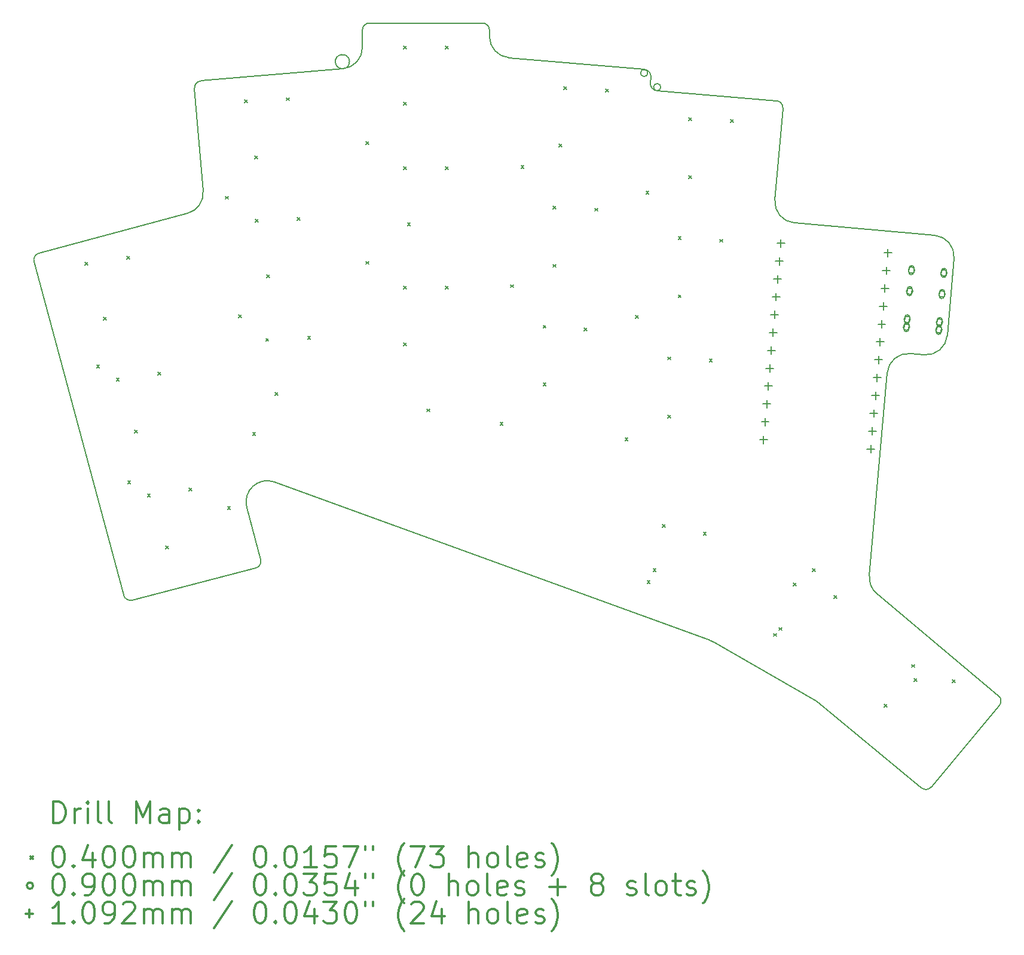
<source format=gbr>
%FSLAX45Y45*%
G04 Gerber Fmt 4.5, Leading zero omitted, Abs format (unit mm)*
G04 Created by KiCad (PCBNEW (5.1.10)-1) date 2021-09-28 07:08:21*
%MOMM*%
%LPD*%
G01*
G04 APERTURE LIST*
%TA.AperFunction,Profile*%
%ADD10C,0.150000*%
%TD*%
%ADD11C,0.200000*%
%ADD12C,0.300000*%
G04 APERTURE END LIST*
D10*
X22841889Y-11438755D02*
X24537221Y-11582290D01*
X16415625Y-12862500D02*
G75*
G02*
X16194412Y-13178424I-298858J-26147D01*
G01*
X15413099Y-18661336D02*
X17160539Y-18206850D01*
X17231250Y-18084375D02*
G75*
G02*
X17160539Y-18206850I-96593J-25882D01*
G01*
X17034375Y-17346396D02*
X17231250Y-18084375D01*
X14019914Y-13866224D02*
X15290625Y-18590625D01*
X15413099Y-18661336D02*
G75*
G02*
X15290625Y-18590625I-25882J96593D01*
G01*
X14090625Y-13743750D02*
X16194412Y-13178424D01*
X14019914Y-13866224D02*
G75*
G02*
X14090625Y-13743750I96593J25882D01*
G01*
X16293750Y-11409375D02*
X16415625Y-12862500D01*
X16384654Y-11301040D02*
X18397958Y-11127088D01*
X16293750Y-11409375D02*
G75*
G02*
X16384654Y-11301040I99620J8716D01*
G01*
X20471811Y-10672085D02*
X20471811Y-10580036D01*
X20371811Y-10480036D02*
G75*
G02*
X20471811Y-10580036I0J-100000D01*
G01*
X20371811Y-10480036D02*
X18771811Y-10480036D01*
X18671811Y-10580036D02*
G75*
G02*
X18771811Y-10480036I100000J0D01*
G01*
X18671811Y-10580036D02*
X18671811Y-10828230D01*
X22750985Y-11330420D02*
X22758248Y-11247404D01*
X22667344Y-11139069D02*
G75*
G02*
X22758248Y-11247404I-8716J-99620D01*
G01*
X20745665Y-10970944D02*
X22667344Y-11139069D01*
X25853880Y-18316903D02*
X26105713Y-15438436D01*
X24787500Y-13312500D02*
X26778122Y-13489625D01*
X26954962Y-14910444D02*
X27050834Y-13814630D01*
X26629957Y-15183156D02*
X26430718Y-15165725D01*
X24514788Y-12987495D02*
X24628125Y-11690625D01*
X24537221Y-11582290D02*
G75*
G02*
X24628125Y-11690625I-8716J-99620D01*
G01*
X17426759Y-16986842D02*
X23597822Y-19233747D01*
X23645216Y-19255847D02*
X25102306Y-20097098D01*
X25102306Y-20097098D02*
X26587242Y-21321701D01*
X26728125Y-21309375D02*
G75*
G02*
X26587242Y-21321701I-76604J64279D01*
G01*
X26728125Y-21309375D02*
X27693750Y-20156250D01*
X27681424Y-20015367D02*
G75*
G02*
X27693750Y-20156250I-64279J-76604D01*
G01*
X25959902Y-18572863D02*
X27681424Y-20015367D01*
X17034375Y-17346396D02*
G75*
G02*
X17426759Y-16986842I289778J77646D01*
G01*
X23597822Y-19233747D02*
G75*
G02*
X23645216Y-19255847I-102606J-281908D01*
G01*
X25959902Y-18572863D02*
G75*
G02*
X25853880Y-18316903I192836J229813D01*
G01*
X26105713Y-15438436D02*
G75*
G02*
X26430718Y-15165725I298858J-26147D01*
G01*
X26954962Y-14910444D02*
G75*
G02*
X26629957Y-15183156I-298858J26147D01*
G01*
X26778122Y-13489625D02*
G75*
G02*
X27050834Y-13814630I-26147J-298858D01*
G01*
X24787500Y-13312500D02*
G75*
G02*
X24514788Y-12987495I26147J298858D01*
G01*
X20745665Y-10970944D02*
G75*
G02*
X20471811Y-10672085I26147J298858D01*
G01*
X18671811Y-10828230D02*
G75*
G02*
X18397958Y-11127088I-300000J0D01*
G01*
X26105713Y-15438436D02*
G75*
G02*
X26105713Y-15438436I99620J-8716D01*
G01*
X26954962Y-14910444D02*
G75*
G02*
X26954962Y-14910444I-99619J8716D01*
G01*
X26778122Y-13489625D02*
G75*
G02*
X26778122Y-13489625I-8716J-99620D01*
G01*
X22841888Y-11438755D02*
G75*
G02*
X22750985Y-11330420I8716J99619D01*
G01*
X20745665Y-10970944D02*
G75*
G02*
X20745665Y-10970944I8716J99620D01*
G01*
X18397958Y-11127088D02*
G75*
G02*
X18397958Y-11127088I-8716J99619D01*
G01*
X23597822Y-19233747D02*
G75*
G02*
X23597822Y-19233747I-17101J-46985D01*
G01*
X22841889Y-11438755D02*
G75*
G02*
X22841889Y-11438755I4358J49810D01*
G01*
X22667344Y-11139069D02*
G75*
G02*
X22667344Y-11139069I-4358J-49810D01*
G01*
D11*
X14745625Y-13873750D02*
X14785625Y-13913750D01*
X14785625Y-13873750D02*
X14745625Y-13913750D01*
X14907144Y-15329541D02*
X14947144Y-15369541D01*
X14947144Y-15329541D02*
X14907144Y-15369541D01*
X15007054Y-14650804D02*
X15047054Y-14690804D01*
X15047054Y-14650804D02*
X15007054Y-14690804D01*
X15186250Y-15514375D02*
X15226250Y-15554375D01*
X15226250Y-15514375D02*
X15186250Y-15554375D01*
X15336250Y-13789375D02*
X15376250Y-13829375D01*
X15376250Y-13789375D02*
X15336250Y-13829375D01*
X15347136Y-16971614D02*
X15387136Y-17011614D01*
X15387136Y-16971614D02*
X15347136Y-17011614D01*
X15447047Y-16253297D02*
X15487047Y-16293297D01*
X15487047Y-16253297D02*
X15447047Y-16293297D01*
X15626875Y-17155000D02*
X15666875Y-17195000D01*
X15666875Y-17155000D02*
X15626875Y-17195000D01*
X15776875Y-15430000D02*
X15816875Y-15470000D01*
X15816875Y-15430000D02*
X15776875Y-15470000D01*
X15887039Y-17893289D02*
X15927039Y-17933289D01*
X15927039Y-17893289D02*
X15887039Y-17933289D01*
X16217500Y-17070625D02*
X16257500Y-17110625D01*
X16257500Y-17070625D02*
X16217500Y-17110625D01*
X16733125Y-12936250D02*
X16773125Y-12976250D01*
X16773125Y-12936250D02*
X16733125Y-12976250D01*
X16761250Y-17333125D02*
X16801250Y-17373125D01*
X16801250Y-17333125D02*
X16761250Y-17373125D01*
X16920625Y-14614375D02*
X16960625Y-14654375D01*
X16960625Y-14614375D02*
X16920625Y-14654375D01*
X17005000Y-11567500D02*
X17045000Y-11607500D01*
X17045000Y-11567500D02*
X17005000Y-11607500D01*
X17117500Y-16283125D02*
X17157500Y-16323125D01*
X17157500Y-16283125D02*
X17117500Y-16323125D01*
X17145625Y-12364375D02*
X17185625Y-12404375D01*
X17185625Y-12364375D02*
X17145625Y-12404375D01*
X17155000Y-13264375D02*
X17195000Y-13304375D01*
X17195000Y-13264375D02*
X17155000Y-13304375D01*
X17305000Y-14951875D02*
X17345000Y-14991875D01*
X17345000Y-14951875D02*
X17305000Y-14991875D01*
X17314375Y-14051875D02*
X17354375Y-14091875D01*
X17354375Y-14051875D02*
X17314375Y-14091875D01*
X17436250Y-15720625D02*
X17476250Y-15760625D01*
X17476250Y-15720625D02*
X17436250Y-15760625D01*
X17595625Y-11539375D02*
X17635625Y-11579375D01*
X17635625Y-11539375D02*
X17595625Y-11579375D01*
X17745625Y-13236250D02*
X17785625Y-13276250D01*
X17785625Y-13236250D02*
X17745625Y-13276250D01*
X17895625Y-14923750D02*
X17935625Y-14963750D01*
X17935625Y-14923750D02*
X17895625Y-14963750D01*
X18724311Y-12163814D02*
X18764311Y-12203814D01*
X18764311Y-12163814D02*
X18724311Y-12203814D01*
X18724311Y-13858686D02*
X18764311Y-13898686D01*
X18764311Y-13858686D02*
X18724311Y-13898686D01*
X19255000Y-10808125D02*
X19295000Y-10848125D01*
X19295000Y-10808125D02*
X19255000Y-10848125D01*
X19255000Y-11605000D02*
X19295000Y-11645000D01*
X19295000Y-11605000D02*
X19255000Y-11645000D01*
X19255000Y-12514375D02*
X19295000Y-12554375D01*
X19295000Y-12514375D02*
X19255000Y-12554375D01*
X19255000Y-14211250D02*
X19295000Y-14251250D01*
X19295000Y-14211250D02*
X19255000Y-14251250D01*
X19255000Y-15017500D02*
X19295000Y-15057500D01*
X19295000Y-15017500D02*
X19255000Y-15057500D01*
X19311250Y-13311250D02*
X19351250Y-13351250D01*
X19351250Y-13311250D02*
X19311250Y-13351250D01*
X19588700Y-15949425D02*
X19628700Y-15989425D01*
X19628700Y-15949425D02*
X19588700Y-15989425D01*
X19845625Y-10808125D02*
X19885625Y-10848125D01*
X19885625Y-10808125D02*
X19845625Y-10848125D01*
X19845625Y-12514375D02*
X19885625Y-12554375D01*
X19885625Y-12514375D02*
X19845625Y-12554375D01*
X19845625Y-14211250D02*
X19885625Y-14251250D01*
X19885625Y-14211250D02*
X19845625Y-14251250D01*
X20622942Y-16143308D02*
X20662942Y-16183308D01*
X20662942Y-16143308D02*
X20622942Y-16183308D01*
X20771106Y-14189856D02*
X20811106Y-14229856D01*
X20811106Y-14189856D02*
X20771106Y-14229856D01*
X20919271Y-12500521D02*
X20959271Y-12540521D01*
X20959271Y-12500521D02*
X20919271Y-12540521D01*
X21233125Y-14764375D02*
X21273125Y-14804375D01*
X21273125Y-14764375D02*
X21233125Y-14804375D01*
X21233125Y-15580000D02*
X21273125Y-15620000D01*
X21273125Y-15580000D02*
X21233125Y-15620000D01*
X21373750Y-13076875D02*
X21413750Y-13116875D01*
X21413750Y-13076875D02*
X21373750Y-13116875D01*
X21373750Y-13901875D02*
X21413750Y-13941875D01*
X21413750Y-13901875D02*
X21373750Y-13941875D01*
X21458125Y-12195625D02*
X21498125Y-12235625D01*
X21498125Y-12195625D02*
X21458125Y-12235625D01*
X21523750Y-11380000D02*
X21563750Y-11420000D01*
X21563750Y-11380000D02*
X21523750Y-11420000D01*
X21814375Y-14801875D02*
X21854375Y-14841875D01*
X21854375Y-14801875D02*
X21814375Y-14841875D01*
X21964375Y-13105000D02*
X22004375Y-13145000D01*
X22004375Y-13105000D02*
X21964375Y-13145000D01*
X22114375Y-11417500D02*
X22154375Y-11457500D01*
X22154375Y-11417500D02*
X22114375Y-11457500D01*
X22391398Y-16363273D02*
X22431398Y-16403273D01*
X22431398Y-16363273D02*
X22391398Y-16403273D01*
X22539563Y-14627063D02*
X22579563Y-14667063D01*
X22579563Y-14627063D02*
X22539563Y-14667063D01*
X22687727Y-12862727D02*
X22727727Y-12902727D01*
X22727727Y-12862727D02*
X22687727Y-12902727D01*
X22705000Y-18383287D02*
X22745000Y-18423287D01*
X22745000Y-18383287D02*
X22705000Y-18423287D01*
X22789375Y-18214375D02*
X22829375Y-18254375D01*
X22829375Y-18214375D02*
X22789375Y-18254375D01*
X22920625Y-17586250D02*
X22960625Y-17626250D01*
X22960625Y-17586250D02*
X22920625Y-17626250D01*
X22995625Y-15214375D02*
X23035625Y-15254375D01*
X23035625Y-15214375D02*
X22995625Y-15254375D01*
X22995625Y-16039375D02*
X23035625Y-16079375D01*
X23035625Y-16039375D02*
X22995625Y-16079375D01*
X23145625Y-13508125D02*
X23185625Y-13548125D01*
X23185625Y-13508125D02*
X23145625Y-13548125D01*
X23145625Y-14333125D02*
X23185625Y-14373125D01*
X23185625Y-14333125D02*
X23145625Y-14373125D01*
X23295625Y-11820625D02*
X23335625Y-11860625D01*
X23335625Y-11820625D02*
X23295625Y-11860625D01*
X23295625Y-12645625D02*
X23335625Y-12685625D01*
X23335625Y-12645625D02*
X23295625Y-12685625D01*
X23501875Y-17698750D02*
X23541875Y-17738750D01*
X23541875Y-17698750D02*
X23501875Y-17738750D01*
X23586250Y-15242500D02*
X23626250Y-15282500D01*
X23626250Y-15242500D02*
X23586250Y-15282500D01*
X23736250Y-13545625D02*
X23776250Y-13585625D01*
X23776250Y-13545625D02*
X23736250Y-13585625D01*
X23886250Y-11848750D02*
X23926250Y-11888750D01*
X23926250Y-11848750D02*
X23886250Y-11888750D01*
X24495625Y-19133125D02*
X24535625Y-19173125D01*
X24535625Y-19133125D02*
X24495625Y-19173125D01*
X24570625Y-19048750D02*
X24610625Y-19088750D01*
X24610625Y-19048750D02*
X24570625Y-19088750D01*
X24776875Y-18420625D02*
X24816875Y-18460625D01*
X24816875Y-18420625D02*
X24776875Y-18460625D01*
X25048750Y-18214375D02*
X25088750Y-18254375D01*
X25088750Y-18214375D02*
X25048750Y-18254375D01*
X25348750Y-18598750D02*
X25388750Y-18638750D01*
X25388750Y-18598750D02*
X25348750Y-18638750D01*
X26061250Y-20136250D02*
X26101250Y-20176250D01*
X26101250Y-20136250D02*
X26061250Y-20176250D01*
X26455000Y-19573750D02*
X26495000Y-19613750D01*
X26495000Y-19573750D02*
X26455000Y-19613750D01*
X26483125Y-19770625D02*
X26523125Y-19810625D01*
X26523125Y-19770625D02*
X26483125Y-19810625D01*
X27026875Y-19789375D02*
X27066875Y-19829375D01*
X27066875Y-19789375D02*
X27026875Y-19829375D01*
X26423289Y-14789724D02*
G75*
G03*
X26423289Y-14789724I-45000J0D01*
G01*
X26346037Y-14756788D02*
X26340808Y-14816560D01*
X26415771Y-14762889D02*
X26410541Y-14822661D01*
X26340808Y-14816560D02*
G75*
G03*
X26410541Y-14822661I34867J-3051D01*
G01*
X26415771Y-14762889D02*
G75*
G03*
X26346037Y-14756788I-34867J3051D01*
G01*
X26432877Y-14680143D02*
G75*
G03*
X26432877Y-14680143I-45000J0D01*
G01*
X26355624Y-14647207D02*
X26350395Y-14706978D01*
X26425358Y-14653308D02*
X26420129Y-14713079D01*
X26350395Y-14706978D02*
G75*
G03*
X26420129Y-14713079I34867J-3051D01*
G01*
X26425358Y-14653308D02*
G75*
G03*
X26355624Y-14647207I-34867J3051D01*
G01*
X26467739Y-14281665D02*
G75*
G03*
X26467739Y-14281665I-45000J0D01*
G01*
X26390487Y-14248729D02*
X26385257Y-14308500D01*
X26460220Y-14254830D02*
X26454991Y-14314601D01*
X26385257Y-14308500D02*
G75*
G03*
X26454991Y-14314601I34867J-3051D01*
G01*
X26460220Y-14254830D02*
G75*
G03*
X26390487Y-14248729I-34867J3051D01*
G01*
X26493886Y-13982807D02*
G75*
G03*
X26493886Y-13982807I-45000J0D01*
G01*
X26416633Y-13949870D02*
X26411404Y-14009642D01*
X26486367Y-13955971D02*
X26481138Y-14015743D01*
X26411404Y-14009642D02*
G75*
G03*
X26481138Y-14015743I34867J-3051D01*
G01*
X26486367Y-13955971D02*
G75*
G03*
X26416633Y-13949870I-34867J3051D01*
G01*
X26881539Y-14829816D02*
G75*
G03*
X26881539Y-14829816I-45000J0D01*
G01*
X26804287Y-14796880D02*
X26799057Y-14856651D01*
X26874020Y-14802981D02*
X26868791Y-14862752D01*
X26799057Y-14856651D02*
G75*
G03*
X26868791Y-14862752I34867J-3051D01*
G01*
X26874020Y-14802981D02*
G75*
G03*
X26804287Y-14796880I-34867J3051D01*
G01*
X26891126Y-14720235D02*
G75*
G03*
X26891126Y-14720235I-45000J0D01*
G01*
X26813874Y-14687298D02*
X26808645Y-14747070D01*
X26883608Y-14693399D02*
X26878378Y-14753171D01*
X26808645Y-14747070D02*
G75*
G03*
X26878378Y-14753171I34867J-3051D01*
G01*
X26883608Y-14693399D02*
G75*
G03*
X26813874Y-14687298I-34867J3051D01*
G01*
X26925988Y-14321757D02*
G75*
G03*
X26925988Y-14321757I-45000J0D01*
G01*
X26848736Y-14288820D02*
X26843507Y-14348592D01*
X26918470Y-14294921D02*
X26913240Y-14354693D01*
X26843507Y-14348592D02*
G75*
G03*
X26913240Y-14354693I34867J-3051D01*
G01*
X26918470Y-14294921D02*
G75*
G03*
X26848736Y-14288820I-34867J3051D01*
G01*
X26952135Y-14022898D02*
G75*
G03*
X26952135Y-14022898I-45000J0D01*
G01*
X26874883Y-13989962D02*
X26869654Y-14049734D01*
X26944617Y-13996063D02*
X26939387Y-14055835D01*
X26869654Y-14049734D02*
G75*
G03*
X26939387Y-14055835I34867J-3051D01*
G01*
X26944617Y-13996063D02*
G75*
G03*
X26874883Y-13989962I-34867J3051D01*
G01*
X24354428Y-16331799D02*
X24354428Y-16441019D01*
X24299818Y-16386409D02*
X24409038Y-16386409D01*
X24376565Y-16078766D02*
X24376565Y-16187986D01*
X24321955Y-16133376D02*
X24431175Y-16133376D01*
X24398703Y-15825732D02*
X24398703Y-15934952D01*
X24344093Y-15880342D02*
X24453313Y-15880342D01*
X24420840Y-15572699D02*
X24420840Y-15681919D01*
X24366230Y-15627309D02*
X24475450Y-15627309D01*
X24442978Y-15319665D02*
X24442978Y-15428885D01*
X24388368Y-15374275D02*
X24497588Y-15374275D01*
X24465116Y-15066632D02*
X24465116Y-15175852D01*
X24410506Y-15121242D02*
X24519726Y-15121242D01*
X24487253Y-14813598D02*
X24487253Y-14922818D01*
X24432643Y-14868208D02*
X24541863Y-14868208D01*
X24509391Y-14560565D02*
X24509391Y-14669785D01*
X24454781Y-14615175D02*
X24564001Y-14615175D01*
X24531528Y-14307531D02*
X24531528Y-14416751D01*
X24476918Y-14362141D02*
X24586138Y-14362141D01*
X24553666Y-14054498D02*
X24553666Y-14163718D01*
X24499056Y-14109108D02*
X24608276Y-14109108D01*
X24575803Y-13801464D02*
X24575803Y-13910684D01*
X24521193Y-13856074D02*
X24630413Y-13856074D01*
X24597941Y-13548431D02*
X24597941Y-13657651D01*
X24543331Y-13603041D02*
X24652551Y-13603041D01*
X25872628Y-16464624D02*
X25872628Y-16573844D01*
X25818018Y-16519234D02*
X25927238Y-16519234D01*
X25894766Y-16211591D02*
X25894766Y-16320811D01*
X25840156Y-16266201D02*
X25949376Y-16266201D01*
X25916904Y-15958557D02*
X25916904Y-16067777D01*
X25862294Y-16013167D02*
X25971514Y-16013167D01*
X25939041Y-15705524D02*
X25939041Y-15814744D01*
X25884431Y-15760134D02*
X25993651Y-15760134D01*
X25961179Y-15452491D02*
X25961179Y-15561711D01*
X25906569Y-15507101D02*
X26015789Y-15507101D01*
X25983316Y-15199457D02*
X25983316Y-15308677D01*
X25928706Y-15254067D02*
X26037926Y-15254067D01*
X26005454Y-14946424D02*
X26005454Y-15055644D01*
X25950844Y-15001034D02*
X26060064Y-15001034D01*
X26027591Y-14693390D02*
X26027591Y-14802610D01*
X25972981Y-14748000D02*
X26082201Y-14748000D01*
X26049729Y-14440357D02*
X26049729Y-14549577D01*
X25995119Y-14494967D02*
X26104339Y-14494967D01*
X26071866Y-14187323D02*
X26071866Y-14296543D01*
X26017256Y-14241933D02*
X26126476Y-14241933D01*
X26094004Y-13934290D02*
X26094004Y-14043510D01*
X26039394Y-13988900D02*
X26148614Y-13988900D01*
X26116142Y-13681256D02*
X26116142Y-13790476D01*
X26061532Y-13735866D02*
X26170752Y-13735866D01*
D12*
X14295435Y-21818311D02*
X14295435Y-21518311D01*
X14366864Y-21518311D01*
X14409721Y-21532596D01*
X14438292Y-21561168D01*
X14452578Y-21589739D01*
X14466864Y-21646882D01*
X14466864Y-21689739D01*
X14452578Y-21746882D01*
X14438292Y-21775453D01*
X14409721Y-21804025D01*
X14366864Y-21818311D01*
X14295435Y-21818311D01*
X14595435Y-21818311D02*
X14595435Y-21618311D01*
X14595435Y-21675453D02*
X14609721Y-21646882D01*
X14624007Y-21632596D01*
X14652578Y-21618311D01*
X14681150Y-21618311D01*
X14781150Y-21818311D02*
X14781150Y-21618311D01*
X14781150Y-21518311D02*
X14766864Y-21532596D01*
X14781150Y-21546882D01*
X14795435Y-21532596D01*
X14781150Y-21518311D01*
X14781150Y-21546882D01*
X14966864Y-21818311D02*
X14938292Y-21804025D01*
X14924007Y-21775453D01*
X14924007Y-21518311D01*
X15124007Y-21818311D02*
X15095435Y-21804025D01*
X15081150Y-21775453D01*
X15081150Y-21518311D01*
X15466864Y-21818311D02*
X15466864Y-21518311D01*
X15566864Y-21732596D01*
X15666864Y-21518311D01*
X15666864Y-21818311D01*
X15938292Y-21818311D02*
X15938292Y-21661168D01*
X15924007Y-21632596D01*
X15895435Y-21618311D01*
X15838292Y-21618311D01*
X15809721Y-21632596D01*
X15938292Y-21804025D02*
X15909721Y-21818311D01*
X15838292Y-21818311D01*
X15809721Y-21804025D01*
X15795435Y-21775453D01*
X15795435Y-21746882D01*
X15809721Y-21718311D01*
X15838292Y-21704025D01*
X15909721Y-21704025D01*
X15938292Y-21689739D01*
X16081150Y-21618311D02*
X16081150Y-21918311D01*
X16081150Y-21632596D02*
X16109721Y-21618311D01*
X16166864Y-21618311D01*
X16195435Y-21632596D01*
X16209721Y-21646882D01*
X16224007Y-21675453D01*
X16224007Y-21761168D01*
X16209721Y-21789739D01*
X16195435Y-21804025D01*
X16166864Y-21818311D01*
X16109721Y-21818311D01*
X16081150Y-21804025D01*
X16352578Y-21789739D02*
X16366864Y-21804025D01*
X16352578Y-21818311D01*
X16338292Y-21804025D01*
X16352578Y-21789739D01*
X16352578Y-21818311D01*
X16352578Y-21632596D02*
X16366864Y-21646882D01*
X16352578Y-21661168D01*
X16338292Y-21646882D01*
X16352578Y-21632596D01*
X16352578Y-21661168D01*
X13969007Y-22292596D02*
X14009007Y-22332596D01*
X14009007Y-22292596D02*
X13969007Y-22332596D01*
X14352578Y-22148311D02*
X14381150Y-22148311D01*
X14409721Y-22162596D01*
X14424007Y-22176882D01*
X14438292Y-22205453D01*
X14452578Y-22262596D01*
X14452578Y-22334025D01*
X14438292Y-22391168D01*
X14424007Y-22419739D01*
X14409721Y-22434025D01*
X14381150Y-22448310D01*
X14352578Y-22448310D01*
X14324007Y-22434025D01*
X14309721Y-22419739D01*
X14295435Y-22391168D01*
X14281150Y-22334025D01*
X14281150Y-22262596D01*
X14295435Y-22205453D01*
X14309721Y-22176882D01*
X14324007Y-22162596D01*
X14352578Y-22148311D01*
X14581150Y-22419739D02*
X14595435Y-22434025D01*
X14581150Y-22448310D01*
X14566864Y-22434025D01*
X14581150Y-22419739D01*
X14581150Y-22448310D01*
X14852578Y-22248311D02*
X14852578Y-22448310D01*
X14781150Y-22134025D02*
X14709721Y-22348311D01*
X14895435Y-22348311D01*
X15066864Y-22148311D02*
X15095435Y-22148311D01*
X15124007Y-22162596D01*
X15138292Y-22176882D01*
X15152578Y-22205453D01*
X15166864Y-22262596D01*
X15166864Y-22334025D01*
X15152578Y-22391168D01*
X15138292Y-22419739D01*
X15124007Y-22434025D01*
X15095435Y-22448310D01*
X15066864Y-22448310D01*
X15038292Y-22434025D01*
X15024007Y-22419739D01*
X15009721Y-22391168D01*
X14995435Y-22334025D01*
X14995435Y-22262596D01*
X15009721Y-22205453D01*
X15024007Y-22176882D01*
X15038292Y-22162596D01*
X15066864Y-22148311D01*
X15352578Y-22148311D02*
X15381150Y-22148311D01*
X15409721Y-22162596D01*
X15424007Y-22176882D01*
X15438292Y-22205453D01*
X15452578Y-22262596D01*
X15452578Y-22334025D01*
X15438292Y-22391168D01*
X15424007Y-22419739D01*
X15409721Y-22434025D01*
X15381150Y-22448310D01*
X15352578Y-22448310D01*
X15324007Y-22434025D01*
X15309721Y-22419739D01*
X15295435Y-22391168D01*
X15281150Y-22334025D01*
X15281150Y-22262596D01*
X15295435Y-22205453D01*
X15309721Y-22176882D01*
X15324007Y-22162596D01*
X15352578Y-22148311D01*
X15581150Y-22448310D02*
X15581150Y-22248311D01*
X15581150Y-22276882D02*
X15595435Y-22262596D01*
X15624007Y-22248311D01*
X15666864Y-22248311D01*
X15695435Y-22262596D01*
X15709721Y-22291168D01*
X15709721Y-22448310D01*
X15709721Y-22291168D02*
X15724007Y-22262596D01*
X15752578Y-22248311D01*
X15795435Y-22248311D01*
X15824007Y-22262596D01*
X15838292Y-22291168D01*
X15838292Y-22448310D01*
X15981150Y-22448310D02*
X15981150Y-22248311D01*
X15981150Y-22276882D02*
X15995435Y-22262596D01*
X16024007Y-22248311D01*
X16066864Y-22248311D01*
X16095435Y-22262596D01*
X16109721Y-22291168D01*
X16109721Y-22448310D01*
X16109721Y-22291168D02*
X16124007Y-22262596D01*
X16152578Y-22248311D01*
X16195435Y-22248311D01*
X16224007Y-22262596D01*
X16238292Y-22291168D01*
X16238292Y-22448310D01*
X16824007Y-22134025D02*
X16566864Y-22519739D01*
X17209721Y-22148311D02*
X17238293Y-22148311D01*
X17266864Y-22162596D01*
X17281150Y-22176882D01*
X17295435Y-22205453D01*
X17309721Y-22262596D01*
X17309721Y-22334025D01*
X17295435Y-22391168D01*
X17281150Y-22419739D01*
X17266864Y-22434025D01*
X17238293Y-22448310D01*
X17209721Y-22448310D01*
X17181150Y-22434025D01*
X17166864Y-22419739D01*
X17152578Y-22391168D01*
X17138293Y-22334025D01*
X17138293Y-22262596D01*
X17152578Y-22205453D01*
X17166864Y-22176882D01*
X17181150Y-22162596D01*
X17209721Y-22148311D01*
X17438293Y-22419739D02*
X17452578Y-22434025D01*
X17438293Y-22448310D01*
X17424007Y-22434025D01*
X17438293Y-22419739D01*
X17438293Y-22448310D01*
X17638293Y-22148311D02*
X17666864Y-22148311D01*
X17695435Y-22162596D01*
X17709721Y-22176882D01*
X17724007Y-22205453D01*
X17738293Y-22262596D01*
X17738293Y-22334025D01*
X17724007Y-22391168D01*
X17709721Y-22419739D01*
X17695435Y-22434025D01*
X17666864Y-22448310D01*
X17638293Y-22448310D01*
X17609721Y-22434025D01*
X17595435Y-22419739D01*
X17581150Y-22391168D01*
X17566864Y-22334025D01*
X17566864Y-22262596D01*
X17581150Y-22205453D01*
X17595435Y-22176882D01*
X17609721Y-22162596D01*
X17638293Y-22148311D01*
X18024007Y-22448310D02*
X17852578Y-22448310D01*
X17938293Y-22448310D02*
X17938293Y-22148311D01*
X17909721Y-22191168D01*
X17881150Y-22219739D01*
X17852578Y-22234025D01*
X18295435Y-22148311D02*
X18152578Y-22148311D01*
X18138293Y-22291168D01*
X18152578Y-22276882D01*
X18181150Y-22262596D01*
X18252578Y-22262596D01*
X18281150Y-22276882D01*
X18295435Y-22291168D01*
X18309721Y-22319739D01*
X18309721Y-22391168D01*
X18295435Y-22419739D01*
X18281150Y-22434025D01*
X18252578Y-22448310D01*
X18181150Y-22448310D01*
X18152578Y-22434025D01*
X18138293Y-22419739D01*
X18409721Y-22148311D02*
X18609721Y-22148311D01*
X18481150Y-22448310D01*
X18709721Y-22148311D02*
X18709721Y-22205453D01*
X18824007Y-22148311D02*
X18824007Y-22205453D01*
X19266864Y-22562596D02*
X19252578Y-22548310D01*
X19224007Y-22505453D01*
X19209721Y-22476882D01*
X19195435Y-22434025D01*
X19181150Y-22362596D01*
X19181150Y-22305453D01*
X19195435Y-22234025D01*
X19209721Y-22191168D01*
X19224007Y-22162596D01*
X19252578Y-22119739D01*
X19266864Y-22105453D01*
X19352578Y-22148311D02*
X19552578Y-22148311D01*
X19424007Y-22448310D01*
X19638293Y-22148311D02*
X19824007Y-22148311D01*
X19724007Y-22262596D01*
X19766864Y-22262596D01*
X19795435Y-22276882D01*
X19809721Y-22291168D01*
X19824007Y-22319739D01*
X19824007Y-22391168D01*
X19809721Y-22419739D01*
X19795435Y-22434025D01*
X19766864Y-22448310D01*
X19681150Y-22448310D01*
X19652578Y-22434025D01*
X19638293Y-22419739D01*
X20181150Y-22448310D02*
X20181150Y-22148311D01*
X20309721Y-22448310D02*
X20309721Y-22291168D01*
X20295435Y-22262596D01*
X20266864Y-22248311D01*
X20224007Y-22248311D01*
X20195435Y-22262596D01*
X20181150Y-22276882D01*
X20495435Y-22448310D02*
X20466864Y-22434025D01*
X20452578Y-22419739D01*
X20438293Y-22391168D01*
X20438293Y-22305453D01*
X20452578Y-22276882D01*
X20466864Y-22262596D01*
X20495435Y-22248311D01*
X20538293Y-22248311D01*
X20566864Y-22262596D01*
X20581150Y-22276882D01*
X20595435Y-22305453D01*
X20595435Y-22391168D01*
X20581150Y-22419739D01*
X20566864Y-22434025D01*
X20538293Y-22448310D01*
X20495435Y-22448310D01*
X20766864Y-22448310D02*
X20738293Y-22434025D01*
X20724007Y-22405453D01*
X20724007Y-22148311D01*
X20995435Y-22434025D02*
X20966864Y-22448310D01*
X20909721Y-22448310D01*
X20881150Y-22434025D01*
X20866864Y-22405453D01*
X20866864Y-22291168D01*
X20881150Y-22262596D01*
X20909721Y-22248311D01*
X20966864Y-22248311D01*
X20995435Y-22262596D01*
X21009721Y-22291168D01*
X21009721Y-22319739D01*
X20866864Y-22348311D01*
X21124007Y-22434025D02*
X21152578Y-22448310D01*
X21209721Y-22448310D01*
X21238293Y-22434025D01*
X21252578Y-22405453D01*
X21252578Y-22391168D01*
X21238293Y-22362596D01*
X21209721Y-22348311D01*
X21166864Y-22348311D01*
X21138293Y-22334025D01*
X21124007Y-22305453D01*
X21124007Y-22291168D01*
X21138293Y-22262596D01*
X21166864Y-22248311D01*
X21209721Y-22248311D01*
X21238293Y-22262596D01*
X21352578Y-22562596D02*
X21366864Y-22548310D01*
X21395435Y-22505453D01*
X21409721Y-22476882D01*
X21424007Y-22434025D01*
X21438293Y-22362596D01*
X21438293Y-22305453D01*
X21424007Y-22234025D01*
X21409721Y-22191168D01*
X21395435Y-22162596D01*
X21366864Y-22119739D01*
X21352578Y-22105453D01*
X14009007Y-22708596D02*
G75*
G03*
X14009007Y-22708596I-45000J0D01*
G01*
X14352578Y-22544310D02*
X14381150Y-22544310D01*
X14409721Y-22558596D01*
X14424007Y-22572882D01*
X14438292Y-22601453D01*
X14452578Y-22658596D01*
X14452578Y-22730025D01*
X14438292Y-22787168D01*
X14424007Y-22815739D01*
X14409721Y-22830025D01*
X14381150Y-22844310D01*
X14352578Y-22844310D01*
X14324007Y-22830025D01*
X14309721Y-22815739D01*
X14295435Y-22787168D01*
X14281150Y-22730025D01*
X14281150Y-22658596D01*
X14295435Y-22601453D01*
X14309721Y-22572882D01*
X14324007Y-22558596D01*
X14352578Y-22544310D01*
X14581150Y-22815739D02*
X14595435Y-22830025D01*
X14581150Y-22844310D01*
X14566864Y-22830025D01*
X14581150Y-22815739D01*
X14581150Y-22844310D01*
X14738292Y-22844310D02*
X14795435Y-22844310D01*
X14824007Y-22830025D01*
X14838292Y-22815739D01*
X14866864Y-22772882D01*
X14881150Y-22715739D01*
X14881150Y-22601453D01*
X14866864Y-22572882D01*
X14852578Y-22558596D01*
X14824007Y-22544310D01*
X14766864Y-22544310D01*
X14738292Y-22558596D01*
X14724007Y-22572882D01*
X14709721Y-22601453D01*
X14709721Y-22672882D01*
X14724007Y-22701453D01*
X14738292Y-22715739D01*
X14766864Y-22730025D01*
X14824007Y-22730025D01*
X14852578Y-22715739D01*
X14866864Y-22701453D01*
X14881150Y-22672882D01*
X15066864Y-22544310D02*
X15095435Y-22544310D01*
X15124007Y-22558596D01*
X15138292Y-22572882D01*
X15152578Y-22601453D01*
X15166864Y-22658596D01*
X15166864Y-22730025D01*
X15152578Y-22787168D01*
X15138292Y-22815739D01*
X15124007Y-22830025D01*
X15095435Y-22844310D01*
X15066864Y-22844310D01*
X15038292Y-22830025D01*
X15024007Y-22815739D01*
X15009721Y-22787168D01*
X14995435Y-22730025D01*
X14995435Y-22658596D01*
X15009721Y-22601453D01*
X15024007Y-22572882D01*
X15038292Y-22558596D01*
X15066864Y-22544310D01*
X15352578Y-22544310D02*
X15381150Y-22544310D01*
X15409721Y-22558596D01*
X15424007Y-22572882D01*
X15438292Y-22601453D01*
X15452578Y-22658596D01*
X15452578Y-22730025D01*
X15438292Y-22787168D01*
X15424007Y-22815739D01*
X15409721Y-22830025D01*
X15381150Y-22844310D01*
X15352578Y-22844310D01*
X15324007Y-22830025D01*
X15309721Y-22815739D01*
X15295435Y-22787168D01*
X15281150Y-22730025D01*
X15281150Y-22658596D01*
X15295435Y-22601453D01*
X15309721Y-22572882D01*
X15324007Y-22558596D01*
X15352578Y-22544310D01*
X15581150Y-22844310D02*
X15581150Y-22644310D01*
X15581150Y-22672882D02*
X15595435Y-22658596D01*
X15624007Y-22644310D01*
X15666864Y-22644310D01*
X15695435Y-22658596D01*
X15709721Y-22687168D01*
X15709721Y-22844310D01*
X15709721Y-22687168D02*
X15724007Y-22658596D01*
X15752578Y-22644310D01*
X15795435Y-22644310D01*
X15824007Y-22658596D01*
X15838292Y-22687168D01*
X15838292Y-22844310D01*
X15981150Y-22844310D02*
X15981150Y-22644310D01*
X15981150Y-22672882D02*
X15995435Y-22658596D01*
X16024007Y-22644310D01*
X16066864Y-22644310D01*
X16095435Y-22658596D01*
X16109721Y-22687168D01*
X16109721Y-22844310D01*
X16109721Y-22687168D02*
X16124007Y-22658596D01*
X16152578Y-22644310D01*
X16195435Y-22644310D01*
X16224007Y-22658596D01*
X16238292Y-22687168D01*
X16238292Y-22844310D01*
X16824007Y-22530025D02*
X16566864Y-22915739D01*
X17209721Y-22544310D02*
X17238293Y-22544310D01*
X17266864Y-22558596D01*
X17281150Y-22572882D01*
X17295435Y-22601453D01*
X17309721Y-22658596D01*
X17309721Y-22730025D01*
X17295435Y-22787168D01*
X17281150Y-22815739D01*
X17266864Y-22830025D01*
X17238293Y-22844310D01*
X17209721Y-22844310D01*
X17181150Y-22830025D01*
X17166864Y-22815739D01*
X17152578Y-22787168D01*
X17138293Y-22730025D01*
X17138293Y-22658596D01*
X17152578Y-22601453D01*
X17166864Y-22572882D01*
X17181150Y-22558596D01*
X17209721Y-22544310D01*
X17438293Y-22815739D02*
X17452578Y-22830025D01*
X17438293Y-22844310D01*
X17424007Y-22830025D01*
X17438293Y-22815739D01*
X17438293Y-22844310D01*
X17638293Y-22544310D02*
X17666864Y-22544310D01*
X17695435Y-22558596D01*
X17709721Y-22572882D01*
X17724007Y-22601453D01*
X17738293Y-22658596D01*
X17738293Y-22730025D01*
X17724007Y-22787168D01*
X17709721Y-22815739D01*
X17695435Y-22830025D01*
X17666864Y-22844310D01*
X17638293Y-22844310D01*
X17609721Y-22830025D01*
X17595435Y-22815739D01*
X17581150Y-22787168D01*
X17566864Y-22730025D01*
X17566864Y-22658596D01*
X17581150Y-22601453D01*
X17595435Y-22572882D01*
X17609721Y-22558596D01*
X17638293Y-22544310D01*
X17838293Y-22544310D02*
X18024007Y-22544310D01*
X17924007Y-22658596D01*
X17966864Y-22658596D01*
X17995435Y-22672882D01*
X18009721Y-22687168D01*
X18024007Y-22715739D01*
X18024007Y-22787168D01*
X18009721Y-22815739D01*
X17995435Y-22830025D01*
X17966864Y-22844310D01*
X17881150Y-22844310D01*
X17852578Y-22830025D01*
X17838293Y-22815739D01*
X18295435Y-22544310D02*
X18152578Y-22544310D01*
X18138293Y-22687168D01*
X18152578Y-22672882D01*
X18181150Y-22658596D01*
X18252578Y-22658596D01*
X18281150Y-22672882D01*
X18295435Y-22687168D01*
X18309721Y-22715739D01*
X18309721Y-22787168D01*
X18295435Y-22815739D01*
X18281150Y-22830025D01*
X18252578Y-22844310D01*
X18181150Y-22844310D01*
X18152578Y-22830025D01*
X18138293Y-22815739D01*
X18566864Y-22644310D02*
X18566864Y-22844310D01*
X18495435Y-22530025D02*
X18424007Y-22744310D01*
X18609721Y-22744310D01*
X18709721Y-22544310D02*
X18709721Y-22601453D01*
X18824007Y-22544310D02*
X18824007Y-22601453D01*
X19266864Y-22958596D02*
X19252578Y-22944310D01*
X19224007Y-22901453D01*
X19209721Y-22872882D01*
X19195435Y-22830025D01*
X19181150Y-22758596D01*
X19181150Y-22701453D01*
X19195435Y-22630025D01*
X19209721Y-22587168D01*
X19224007Y-22558596D01*
X19252578Y-22515739D01*
X19266864Y-22501453D01*
X19438293Y-22544310D02*
X19466864Y-22544310D01*
X19495435Y-22558596D01*
X19509721Y-22572882D01*
X19524007Y-22601453D01*
X19538293Y-22658596D01*
X19538293Y-22730025D01*
X19524007Y-22787168D01*
X19509721Y-22815739D01*
X19495435Y-22830025D01*
X19466864Y-22844310D01*
X19438293Y-22844310D01*
X19409721Y-22830025D01*
X19395435Y-22815739D01*
X19381150Y-22787168D01*
X19366864Y-22730025D01*
X19366864Y-22658596D01*
X19381150Y-22601453D01*
X19395435Y-22572882D01*
X19409721Y-22558596D01*
X19438293Y-22544310D01*
X19895435Y-22844310D02*
X19895435Y-22544310D01*
X20024007Y-22844310D02*
X20024007Y-22687168D01*
X20009721Y-22658596D01*
X19981150Y-22644310D01*
X19938293Y-22644310D01*
X19909721Y-22658596D01*
X19895435Y-22672882D01*
X20209721Y-22844310D02*
X20181150Y-22830025D01*
X20166864Y-22815739D01*
X20152578Y-22787168D01*
X20152578Y-22701453D01*
X20166864Y-22672882D01*
X20181150Y-22658596D01*
X20209721Y-22644310D01*
X20252578Y-22644310D01*
X20281150Y-22658596D01*
X20295435Y-22672882D01*
X20309721Y-22701453D01*
X20309721Y-22787168D01*
X20295435Y-22815739D01*
X20281150Y-22830025D01*
X20252578Y-22844310D01*
X20209721Y-22844310D01*
X20481150Y-22844310D02*
X20452578Y-22830025D01*
X20438293Y-22801453D01*
X20438293Y-22544310D01*
X20709721Y-22830025D02*
X20681150Y-22844310D01*
X20624007Y-22844310D01*
X20595435Y-22830025D01*
X20581150Y-22801453D01*
X20581150Y-22687168D01*
X20595435Y-22658596D01*
X20624007Y-22644310D01*
X20681150Y-22644310D01*
X20709721Y-22658596D01*
X20724007Y-22687168D01*
X20724007Y-22715739D01*
X20581150Y-22744310D01*
X20838293Y-22830025D02*
X20866864Y-22844310D01*
X20924007Y-22844310D01*
X20952578Y-22830025D01*
X20966864Y-22801453D01*
X20966864Y-22787168D01*
X20952578Y-22758596D01*
X20924007Y-22744310D01*
X20881150Y-22744310D01*
X20852578Y-22730025D01*
X20838293Y-22701453D01*
X20838293Y-22687168D01*
X20852578Y-22658596D01*
X20881150Y-22644310D01*
X20924007Y-22644310D01*
X20952578Y-22658596D01*
X21324007Y-22730025D02*
X21552578Y-22730025D01*
X21438293Y-22844310D02*
X21438293Y-22615739D01*
X21966864Y-22672882D02*
X21938293Y-22658596D01*
X21924007Y-22644310D01*
X21909721Y-22615739D01*
X21909721Y-22601453D01*
X21924007Y-22572882D01*
X21938293Y-22558596D01*
X21966864Y-22544310D01*
X22024007Y-22544310D01*
X22052578Y-22558596D01*
X22066864Y-22572882D01*
X22081150Y-22601453D01*
X22081150Y-22615739D01*
X22066864Y-22644310D01*
X22052578Y-22658596D01*
X22024007Y-22672882D01*
X21966864Y-22672882D01*
X21938293Y-22687168D01*
X21924007Y-22701453D01*
X21909721Y-22730025D01*
X21909721Y-22787168D01*
X21924007Y-22815739D01*
X21938293Y-22830025D01*
X21966864Y-22844310D01*
X22024007Y-22844310D01*
X22052578Y-22830025D01*
X22066864Y-22815739D01*
X22081150Y-22787168D01*
X22081150Y-22730025D01*
X22066864Y-22701453D01*
X22052578Y-22687168D01*
X22024007Y-22672882D01*
X22424007Y-22830025D02*
X22452578Y-22844310D01*
X22509721Y-22844310D01*
X22538292Y-22830025D01*
X22552578Y-22801453D01*
X22552578Y-22787168D01*
X22538292Y-22758596D01*
X22509721Y-22744310D01*
X22466864Y-22744310D01*
X22438292Y-22730025D01*
X22424007Y-22701453D01*
X22424007Y-22687168D01*
X22438292Y-22658596D01*
X22466864Y-22644310D01*
X22509721Y-22644310D01*
X22538292Y-22658596D01*
X22724007Y-22844310D02*
X22695435Y-22830025D01*
X22681150Y-22801453D01*
X22681150Y-22544310D01*
X22881150Y-22844310D02*
X22852578Y-22830025D01*
X22838292Y-22815739D01*
X22824007Y-22787168D01*
X22824007Y-22701453D01*
X22838292Y-22672882D01*
X22852578Y-22658596D01*
X22881150Y-22644310D01*
X22924007Y-22644310D01*
X22952578Y-22658596D01*
X22966864Y-22672882D01*
X22981150Y-22701453D01*
X22981150Y-22787168D01*
X22966864Y-22815739D01*
X22952578Y-22830025D01*
X22924007Y-22844310D01*
X22881150Y-22844310D01*
X23066864Y-22644310D02*
X23181150Y-22644310D01*
X23109721Y-22544310D02*
X23109721Y-22801453D01*
X23124007Y-22830025D01*
X23152578Y-22844310D01*
X23181150Y-22844310D01*
X23266864Y-22830025D02*
X23295435Y-22844310D01*
X23352578Y-22844310D01*
X23381150Y-22830025D01*
X23395435Y-22801453D01*
X23395435Y-22787168D01*
X23381150Y-22758596D01*
X23352578Y-22744310D01*
X23309721Y-22744310D01*
X23281150Y-22730025D01*
X23266864Y-22701453D01*
X23266864Y-22687168D01*
X23281150Y-22658596D01*
X23309721Y-22644310D01*
X23352578Y-22644310D01*
X23381150Y-22658596D01*
X23495435Y-22958596D02*
X23509721Y-22944310D01*
X23538292Y-22901453D01*
X23552578Y-22872882D01*
X23566864Y-22830025D01*
X23581150Y-22758596D01*
X23581150Y-22701453D01*
X23566864Y-22630025D01*
X23552578Y-22587168D01*
X23538292Y-22558596D01*
X23509721Y-22515739D01*
X23495435Y-22501453D01*
X13954397Y-23049986D02*
X13954397Y-23159206D01*
X13899787Y-23104596D02*
X14009007Y-23104596D01*
X14452578Y-23240310D02*
X14281150Y-23240310D01*
X14366864Y-23240310D02*
X14366864Y-22940310D01*
X14338292Y-22983168D01*
X14309721Y-23011739D01*
X14281150Y-23026025D01*
X14581150Y-23211739D02*
X14595435Y-23226025D01*
X14581150Y-23240310D01*
X14566864Y-23226025D01*
X14581150Y-23211739D01*
X14581150Y-23240310D01*
X14781150Y-22940310D02*
X14809721Y-22940310D01*
X14838292Y-22954596D01*
X14852578Y-22968882D01*
X14866864Y-22997453D01*
X14881150Y-23054596D01*
X14881150Y-23126025D01*
X14866864Y-23183168D01*
X14852578Y-23211739D01*
X14838292Y-23226025D01*
X14809721Y-23240310D01*
X14781150Y-23240310D01*
X14752578Y-23226025D01*
X14738292Y-23211739D01*
X14724007Y-23183168D01*
X14709721Y-23126025D01*
X14709721Y-23054596D01*
X14724007Y-22997453D01*
X14738292Y-22968882D01*
X14752578Y-22954596D01*
X14781150Y-22940310D01*
X15024007Y-23240310D02*
X15081150Y-23240310D01*
X15109721Y-23226025D01*
X15124007Y-23211739D01*
X15152578Y-23168882D01*
X15166864Y-23111739D01*
X15166864Y-22997453D01*
X15152578Y-22968882D01*
X15138292Y-22954596D01*
X15109721Y-22940310D01*
X15052578Y-22940310D01*
X15024007Y-22954596D01*
X15009721Y-22968882D01*
X14995435Y-22997453D01*
X14995435Y-23068882D01*
X15009721Y-23097453D01*
X15024007Y-23111739D01*
X15052578Y-23126025D01*
X15109721Y-23126025D01*
X15138292Y-23111739D01*
X15152578Y-23097453D01*
X15166864Y-23068882D01*
X15281150Y-22968882D02*
X15295435Y-22954596D01*
X15324007Y-22940310D01*
X15395435Y-22940310D01*
X15424007Y-22954596D01*
X15438292Y-22968882D01*
X15452578Y-22997453D01*
X15452578Y-23026025D01*
X15438292Y-23068882D01*
X15266864Y-23240310D01*
X15452578Y-23240310D01*
X15581150Y-23240310D02*
X15581150Y-23040310D01*
X15581150Y-23068882D02*
X15595435Y-23054596D01*
X15624007Y-23040310D01*
X15666864Y-23040310D01*
X15695435Y-23054596D01*
X15709721Y-23083168D01*
X15709721Y-23240310D01*
X15709721Y-23083168D02*
X15724007Y-23054596D01*
X15752578Y-23040310D01*
X15795435Y-23040310D01*
X15824007Y-23054596D01*
X15838292Y-23083168D01*
X15838292Y-23240310D01*
X15981150Y-23240310D02*
X15981150Y-23040310D01*
X15981150Y-23068882D02*
X15995435Y-23054596D01*
X16024007Y-23040310D01*
X16066864Y-23040310D01*
X16095435Y-23054596D01*
X16109721Y-23083168D01*
X16109721Y-23240310D01*
X16109721Y-23083168D02*
X16124007Y-23054596D01*
X16152578Y-23040310D01*
X16195435Y-23040310D01*
X16224007Y-23054596D01*
X16238292Y-23083168D01*
X16238292Y-23240310D01*
X16824007Y-22926025D02*
X16566864Y-23311739D01*
X17209721Y-22940310D02*
X17238293Y-22940310D01*
X17266864Y-22954596D01*
X17281150Y-22968882D01*
X17295435Y-22997453D01*
X17309721Y-23054596D01*
X17309721Y-23126025D01*
X17295435Y-23183168D01*
X17281150Y-23211739D01*
X17266864Y-23226025D01*
X17238293Y-23240310D01*
X17209721Y-23240310D01*
X17181150Y-23226025D01*
X17166864Y-23211739D01*
X17152578Y-23183168D01*
X17138293Y-23126025D01*
X17138293Y-23054596D01*
X17152578Y-22997453D01*
X17166864Y-22968882D01*
X17181150Y-22954596D01*
X17209721Y-22940310D01*
X17438293Y-23211739D02*
X17452578Y-23226025D01*
X17438293Y-23240310D01*
X17424007Y-23226025D01*
X17438293Y-23211739D01*
X17438293Y-23240310D01*
X17638293Y-22940310D02*
X17666864Y-22940310D01*
X17695435Y-22954596D01*
X17709721Y-22968882D01*
X17724007Y-22997453D01*
X17738293Y-23054596D01*
X17738293Y-23126025D01*
X17724007Y-23183168D01*
X17709721Y-23211739D01*
X17695435Y-23226025D01*
X17666864Y-23240310D01*
X17638293Y-23240310D01*
X17609721Y-23226025D01*
X17595435Y-23211739D01*
X17581150Y-23183168D01*
X17566864Y-23126025D01*
X17566864Y-23054596D01*
X17581150Y-22997453D01*
X17595435Y-22968882D01*
X17609721Y-22954596D01*
X17638293Y-22940310D01*
X17995435Y-23040310D02*
X17995435Y-23240310D01*
X17924007Y-22926025D02*
X17852578Y-23140310D01*
X18038293Y-23140310D01*
X18124007Y-22940310D02*
X18309721Y-22940310D01*
X18209721Y-23054596D01*
X18252578Y-23054596D01*
X18281150Y-23068882D01*
X18295435Y-23083168D01*
X18309721Y-23111739D01*
X18309721Y-23183168D01*
X18295435Y-23211739D01*
X18281150Y-23226025D01*
X18252578Y-23240310D01*
X18166864Y-23240310D01*
X18138293Y-23226025D01*
X18124007Y-23211739D01*
X18495435Y-22940310D02*
X18524007Y-22940310D01*
X18552578Y-22954596D01*
X18566864Y-22968882D01*
X18581150Y-22997453D01*
X18595435Y-23054596D01*
X18595435Y-23126025D01*
X18581150Y-23183168D01*
X18566864Y-23211739D01*
X18552578Y-23226025D01*
X18524007Y-23240310D01*
X18495435Y-23240310D01*
X18466864Y-23226025D01*
X18452578Y-23211739D01*
X18438293Y-23183168D01*
X18424007Y-23126025D01*
X18424007Y-23054596D01*
X18438293Y-22997453D01*
X18452578Y-22968882D01*
X18466864Y-22954596D01*
X18495435Y-22940310D01*
X18709721Y-22940310D02*
X18709721Y-22997453D01*
X18824007Y-22940310D02*
X18824007Y-22997453D01*
X19266864Y-23354596D02*
X19252578Y-23340310D01*
X19224007Y-23297453D01*
X19209721Y-23268882D01*
X19195435Y-23226025D01*
X19181150Y-23154596D01*
X19181150Y-23097453D01*
X19195435Y-23026025D01*
X19209721Y-22983168D01*
X19224007Y-22954596D01*
X19252578Y-22911739D01*
X19266864Y-22897453D01*
X19366864Y-22968882D02*
X19381150Y-22954596D01*
X19409721Y-22940310D01*
X19481150Y-22940310D01*
X19509721Y-22954596D01*
X19524007Y-22968882D01*
X19538293Y-22997453D01*
X19538293Y-23026025D01*
X19524007Y-23068882D01*
X19352578Y-23240310D01*
X19538293Y-23240310D01*
X19795435Y-23040310D02*
X19795435Y-23240310D01*
X19724007Y-22926025D02*
X19652578Y-23140310D01*
X19838293Y-23140310D01*
X20181150Y-23240310D02*
X20181150Y-22940310D01*
X20309721Y-23240310D02*
X20309721Y-23083168D01*
X20295435Y-23054596D01*
X20266864Y-23040310D01*
X20224007Y-23040310D01*
X20195435Y-23054596D01*
X20181150Y-23068882D01*
X20495435Y-23240310D02*
X20466864Y-23226025D01*
X20452578Y-23211739D01*
X20438293Y-23183168D01*
X20438293Y-23097453D01*
X20452578Y-23068882D01*
X20466864Y-23054596D01*
X20495435Y-23040310D01*
X20538293Y-23040310D01*
X20566864Y-23054596D01*
X20581150Y-23068882D01*
X20595435Y-23097453D01*
X20595435Y-23183168D01*
X20581150Y-23211739D01*
X20566864Y-23226025D01*
X20538293Y-23240310D01*
X20495435Y-23240310D01*
X20766864Y-23240310D02*
X20738293Y-23226025D01*
X20724007Y-23197453D01*
X20724007Y-22940310D01*
X20995435Y-23226025D02*
X20966864Y-23240310D01*
X20909721Y-23240310D01*
X20881150Y-23226025D01*
X20866864Y-23197453D01*
X20866864Y-23083168D01*
X20881150Y-23054596D01*
X20909721Y-23040310D01*
X20966864Y-23040310D01*
X20995435Y-23054596D01*
X21009721Y-23083168D01*
X21009721Y-23111739D01*
X20866864Y-23140310D01*
X21124007Y-23226025D02*
X21152578Y-23240310D01*
X21209721Y-23240310D01*
X21238293Y-23226025D01*
X21252578Y-23197453D01*
X21252578Y-23183168D01*
X21238293Y-23154596D01*
X21209721Y-23140310D01*
X21166864Y-23140310D01*
X21138293Y-23126025D01*
X21124007Y-23097453D01*
X21124007Y-23083168D01*
X21138293Y-23054596D01*
X21166864Y-23040310D01*
X21209721Y-23040310D01*
X21238293Y-23054596D01*
X21352578Y-23354596D02*
X21366864Y-23340310D01*
X21395435Y-23297453D01*
X21409721Y-23268882D01*
X21424007Y-23226025D01*
X21438293Y-23154596D01*
X21438293Y-23097453D01*
X21424007Y-23026025D01*
X21409721Y-22983168D01*
X21395435Y-22954596D01*
X21366864Y-22911739D01*
X21352578Y-22897453D01*
M02*

</source>
